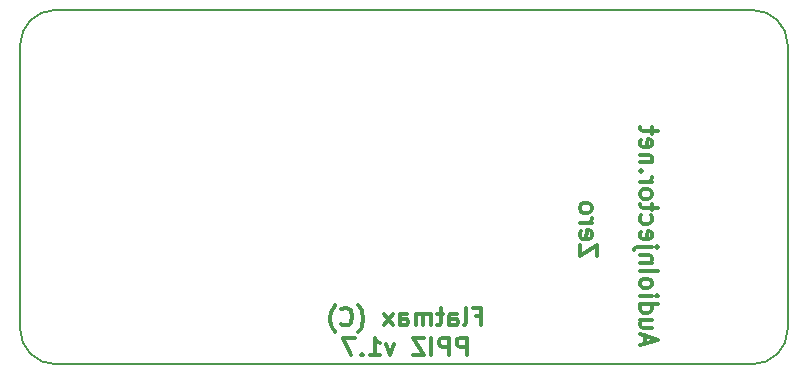
<source format=gbo>
G04 #@! TF.FileFunction,Legend,Bot*
%FSLAX45Y45*%
G04 Gerber Fmt 4.5, Leading zero omitted, Abs format (unit mm)*
G04 Created by KiCad (PCBNEW 4.0.6+dfsg1-1) date Thu Nov  9 14:23:44 2017*
%MOMM*%
%LPD*%
G01*
G04 APERTURE LIST*
%ADD10C,0.150000*%
%ADD11C,0.300000*%
G04 APERTURE END LIST*
D10*
D11*
X14305474Y-12142728D02*
X14355474Y-12142728D01*
X14355474Y-12221299D02*
X14355474Y-12071299D01*
X14284045Y-12071299D01*
X14205474Y-12221299D02*
X14219759Y-12214156D01*
X14226902Y-12199871D01*
X14226902Y-12071299D01*
X14084045Y-12221299D02*
X14084045Y-12142728D01*
X14091188Y-12128442D01*
X14105474Y-12121299D01*
X14134045Y-12121299D01*
X14148331Y-12128442D01*
X14084045Y-12214156D02*
X14098331Y-12221299D01*
X14134045Y-12221299D01*
X14148331Y-12214156D01*
X14155474Y-12199871D01*
X14155474Y-12185585D01*
X14148331Y-12171299D01*
X14134045Y-12164156D01*
X14098331Y-12164156D01*
X14084045Y-12157013D01*
X14034045Y-12121299D02*
X13976902Y-12121299D01*
X14012617Y-12071299D02*
X14012617Y-12199871D01*
X14005474Y-12214156D01*
X13991188Y-12221299D01*
X13976902Y-12221299D01*
X13926902Y-12221299D02*
X13926902Y-12121299D01*
X13926902Y-12135585D02*
X13919759Y-12128442D01*
X13905474Y-12121299D01*
X13884045Y-12121299D01*
X13869759Y-12128442D01*
X13862617Y-12142728D01*
X13862617Y-12221299D01*
X13862617Y-12142728D02*
X13855474Y-12128442D01*
X13841188Y-12121299D01*
X13819759Y-12121299D01*
X13805474Y-12128442D01*
X13798331Y-12142728D01*
X13798331Y-12221299D01*
X13662617Y-12221299D02*
X13662617Y-12142728D01*
X13669759Y-12128442D01*
X13684045Y-12121299D01*
X13712617Y-12121299D01*
X13726902Y-12128442D01*
X13662617Y-12214156D02*
X13676902Y-12221299D01*
X13712617Y-12221299D01*
X13726902Y-12214156D01*
X13734045Y-12199871D01*
X13734045Y-12185585D01*
X13726902Y-12171299D01*
X13712617Y-12164156D01*
X13676902Y-12164156D01*
X13662617Y-12157013D01*
X13605474Y-12221299D02*
X13526902Y-12121299D01*
X13605474Y-12121299D02*
X13526902Y-12221299D01*
X13312617Y-12278442D02*
X13319759Y-12271299D01*
X13334045Y-12249871D01*
X13341188Y-12235585D01*
X13348331Y-12214156D01*
X13355474Y-12178442D01*
X13355474Y-12149871D01*
X13348331Y-12114156D01*
X13341188Y-12092728D01*
X13334045Y-12078442D01*
X13319759Y-12057013D01*
X13312617Y-12049871D01*
X13169759Y-12207013D02*
X13176902Y-12214156D01*
X13198331Y-12221299D01*
X13212617Y-12221299D01*
X13234045Y-12214156D01*
X13248331Y-12199871D01*
X13255474Y-12185585D01*
X13262617Y-12157013D01*
X13262617Y-12135585D01*
X13255474Y-12107013D01*
X13248331Y-12092728D01*
X13234045Y-12078442D01*
X13212617Y-12071299D01*
X13198331Y-12071299D01*
X13176902Y-12078442D01*
X13169759Y-12085585D01*
X13119759Y-12278442D02*
X13112617Y-12271299D01*
X13098331Y-12249871D01*
X13091188Y-12235585D01*
X13084045Y-12214156D01*
X13076902Y-12178442D01*
X13076902Y-12149871D01*
X13084045Y-12114156D01*
X13091188Y-12092728D01*
X13098331Y-12078442D01*
X13112617Y-12057013D01*
X13119759Y-12049871D01*
X14230474Y-12476299D02*
X14230474Y-12326299D01*
X14173331Y-12326299D01*
X14159045Y-12333442D01*
X14151902Y-12340585D01*
X14144759Y-12354871D01*
X14144759Y-12376299D01*
X14151902Y-12390585D01*
X14159045Y-12397728D01*
X14173331Y-12404871D01*
X14230474Y-12404871D01*
X14080474Y-12476299D02*
X14080474Y-12326299D01*
X14023331Y-12326299D01*
X14009045Y-12333442D01*
X14001902Y-12340585D01*
X13994759Y-12354871D01*
X13994759Y-12376299D01*
X14001902Y-12390585D01*
X14009045Y-12397728D01*
X14023331Y-12404871D01*
X14080474Y-12404871D01*
X13930474Y-12476299D02*
X13930474Y-12326299D01*
X13873331Y-12326299D02*
X13773331Y-12326299D01*
X13873331Y-12476299D01*
X13773331Y-12476299D01*
X13616188Y-12376299D02*
X13580474Y-12476299D01*
X13544759Y-12376299D01*
X13409045Y-12476299D02*
X13494759Y-12476299D01*
X13451902Y-12476299D02*
X13451902Y-12326299D01*
X13466188Y-12347728D01*
X13480474Y-12362013D01*
X13494759Y-12369156D01*
X13344759Y-12462013D02*
X13337617Y-12469156D01*
X13344759Y-12476299D01*
X13351902Y-12469156D01*
X13344759Y-12462013D01*
X13344759Y-12476299D01*
X13287616Y-12326299D02*
X13187616Y-12326299D01*
X13251902Y-12476299D01*
X15741188Y-12376656D02*
X15741188Y-12305228D01*
X15698331Y-12390942D02*
X15848331Y-12340942D01*
X15698331Y-12290942D01*
X15798331Y-12176656D02*
X15698331Y-12176656D01*
X15798331Y-12240942D02*
X15719759Y-12240942D01*
X15705474Y-12233799D01*
X15698331Y-12219513D01*
X15698331Y-12198085D01*
X15705474Y-12183799D01*
X15712617Y-12176656D01*
X15698331Y-12040942D02*
X15848331Y-12040942D01*
X15705474Y-12040942D02*
X15698331Y-12055228D01*
X15698331Y-12083799D01*
X15705474Y-12098085D01*
X15712617Y-12105228D01*
X15726902Y-12112371D01*
X15769759Y-12112371D01*
X15784045Y-12105228D01*
X15791188Y-12098085D01*
X15798331Y-12083799D01*
X15798331Y-12055228D01*
X15791188Y-12040942D01*
X15698331Y-11969513D02*
X15798331Y-11969513D01*
X15848331Y-11969513D02*
X15841188Y-11976656D01*
X15834045Y-11969513D01*
X15841188Y-11962371D01*
X15848331Y-11969513D01*
X15834045Y-11969513D01*
X15698331Y-11876656D02*
X15705474Y-11890942D01*
X15712617Y-11898085D01*
X15726902Y-11905228D01*
X15769759Y-11905228D01*
X15784045Y-11898085D01*
X15791188Y-11890942D01*
X15798331Y-11876656D01*
X15798331Y-11855228D01*
X15791188Y-11840942D01*
X15784045Y-11833799D01*
X15769759Y-11826656D01*
X15726902Y-11826656D01*
X15712617Y-11833799D01*
X15705474Y-11840942D01*
X15698331Y-11855228D01*
X15698331Y-11876656D01*
X15698331Y-11762370D02*
X15848331Y-11762370D01*
X15798331Y-11690942D02*
X15698331Y-11690942D01*
X15784045Y-11690942D02*
X15791188Y-11683799D01*
X15798331Y-11669513D01*
X15798331Y-11648085D01*
X15791188Y-11633799D01*
X15776902Y-11626656D01*
X15698331Y-11626656D01*
X15798331Y-11555228D02*
X15669759Y-11555228D01*
X15655474Y-11562370D01*
X15648331Y-11576656D01*
X15648331Y-11583799D01*
X15848331Y-11555228D02*
X15841188Y-11562370D01*
X15834045Y-11555228D01*
X15841188Y-11548085D01*
X15848331Y-11555228D01*
X15834045Y-11555228D01*
X15705474Y-11426656D02*
X15698331Y-11440942D01*
X15698331Y-11469513D01*
X15705474Y-11483799D01*
X15719759Y-11490942D01*
X15776902Y-11490942D01*
X15791188Y-11483799D01*
X15798331Y-11469513D01*
X15798331Y-11440942D01*
X15791188Y-11426656D01*
X15776902Y-11419513D01*
X15762617Y-11419513D01*
X15748331Y-11490942D01*
X15705474Y-11290942D02*
X15698331Y-11305228D01*
X15698331Y-11333799D01*
X15705474Y-11348085D01*
X15712617Y-11355228D01*
X15726902Y-11362370D01*
X15769759Y-11362370D01*
X15784045Y-11355228D01*
X15791188Y-11348085D01*
X15798331Y-11333799D01*
X15798331Y-11305228D01*
X15791188Y-11290942D01*
X15798331Y-11248085D02*
X15798331Y-11190942D01*
X15848331Y-11226656D02*
X15719759Y-11226656D01*
X15705474Y-11219513D01*
X15698331Y-11205228D01*
X15698331Y-11190942D01*
X15698331Y-11119513D02*
X15705474Y-11133799D01*
X15712617Y-11140942D01*
X15726902Y-11148085D01*
X15769759Y-11148085D01*
X15784045Y-11140942D01*
X15791188Y-11133799D01*
X15798331Y-11119513D01*
X15798331Y-11098085D01*
X15791188Y-11083799D01*
X15784045Y-11076656D01*
X15769759Y-11069513D01*
X15726902Y-11069513D01*
X15712617Y-11076656D01*
X15705474Y-11083799D01*
X15698331Y-11098085D01*
X15698331Y-11119513D01*
X15698331Y-11005228D02*
X15798331Y-11005228D01*
X15769759Y-11005228D02*
X15784045Y-10998085D01*
X15791188Y-10990942D01*
X15798331Y-10976656D01*
X15798331Y-10962371D01*
X15712617Y-10912371D02*
X15705474Y-10905228D01*
X15698331Y-10912371D01*
X15705474Y-10919513D01*
X15712617Y-10912371D01*
X15698331Y-10912371D01*
X15798331Y-10840942D02*
X15698331Y-10840942D01*
X15784045Y-10840942D02*
X15791188Y-10833799D01*
X15798331Y-10819513D01*
X15798331Y-10798085D01*
X15791188Y-10783799D01*
X15776902Y-10776656D01*
X15698331Y-10776656D01*
X15705474Y-10648085D02*
X15698331Y-10662371D01*
X15698331Y-10690942D01*
X15705474Y-10705228D01*
X15719759Y-10712371D01*
X15776902Y-10712371D01*
X15791188Y-10705228D01*
X15798331Y-10690942D01*
X15798331Y-10662371D01*
X15791188Y-10648085D01*
X15776902Y-10640942D01*
X15762617Y-10640942D01*
X15748331Y-10712371D01*
X15798331Y-10598085D02*
X15798331Y-10540942D01*
X15848331Y-10576656D02*
X15719759Y-10576656D01*
X15705474Y-10569513D01*
X15698331Y-10555228D01*
X15698331Y-10540942D01*
X15338331Y-11637370D02*
X15338331Y-11537370D01*
X15188331Y-11637370D01*
X15188331Y-11537370D01*
X15195474Y-11423085D02*
X15188331Y-11437371D01*
X15188331Y-11465942D01*
X15195474Y-11480228D01*
X15209759Y-11487371D01*
X15266902Y-11487371D01*
X15281188Y-11480228D01*
X15288331Y-11465942D01*
X15288331Y-11437371D01*
X15281188Y-11423085D01*
X15266902Y-11415942D01*
X15252617Y-11415942D01*
X15238331Y-11487371D01*
X15188331Y-11351656D02*
X15288331Y-11351656D01*
X15259759Y-11351656D02*
X15274045Y-11344513D01*
X15281188Y-11337371D01*
X15288331Y-11323085D01*
X15288331Y-11308799D01*
X15188331Y-11237371D02*
X15195474Y-11251656D01*
X15202617Y-11258799D01*
X15216902Y-11265942D01*
X15259759Y-11265942D01*
X15274045Y-11258799D01*
X15281188Y-11251656D01*
X15288331Y-11237371D01*
X15288331Y-11215942D01*
X15281188Y-11201656D01*
X15274045Y-11194513D01*
X15259759Y-11187371D01*
X15216902Y-11187371D01*
X15202617Y-11194513D01*
X15195474Y-11201656D01*
X15188331Y-11215942D01*
X15188331Y-11237371D01*
D10*
X16950000Y-12205000D02*
X16950000Y-12250000D01*
X16650000Y-12550000D02*
X16595000Y-12550000D01*
X16950000Y-12205000D02*
X16950000Y-12250000D01*
X16950000Y-9850000D02*
X16950000Y-12205000D01*
X10750000Y-12550000D02*
X16595000Y-12550000D01*
X10450000Y-11450000D02*
X10450000Y-12250000D01*
X10750000Y-9550000D02*
X16600000Y-9550000D01*
X10450000Y-11450000D02*
X10450000Y-9850000D01*
X10450000Y-12250000D02*
G75*
G03X10750000Y-12550000I300000J0D01*
G01*
X16650000Y-12550000D02*
G75*
G03X16950000Y-12250000I0J300000D01*
G01*
X16650000Y-9550000D02*
X16600000Y-9550000D01*
X16950000Y-9850000D02*
G75*
G03X16650000Y-9550000I-300000J0D01*
G01*
X10750000Y-9550000D02*
G75*
G03X10450000Y-9850000I0J-300000D01*
G01*
M02*

</source>
